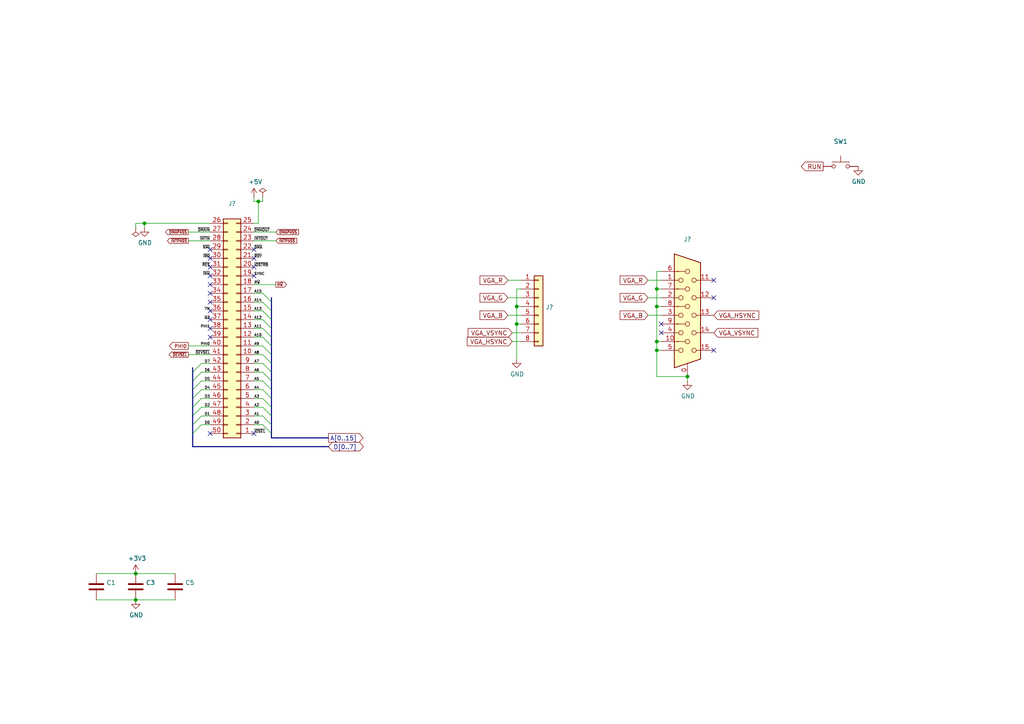
<source format=kicad_sch>
(kicad_sch (version 20211123) (generator eeschema)
  (paper "A4")
  (title_block (title "Apple II VGA Card") (date "2021-12-13") (rev "A") (comment 1 "Licensed under CERN-OHL-P V2.0 (https://ohwr.org/cern_ohl_p_v2.txt)") (comment 2 "Copyright (c) 2021-2022 Mark Aikens"))
  (lib_symbols
    (symbol "AppleVGA-rescue:+3.3V-power" (power) (pin_names (offset 0))
      (property "Value" "+3.3V-power" (at 0 3.556 0))
      (symbol "+3.3V-power_0_1"
        (polyline (pts (xy -0.762 1.27) (xy 0 2.54)))
        (polyline (pts (xy 0 0) (xy 0 2.54)))
        (polyline (pts (xy 0 2.54) (xy 0.762 1.27)))
      )
      (symbol "+3.3V-power_1_1"
        (pin power_in line (at 0 0 90) (length 0) hide (name "+3V3") (number "1"))
      )
    )
    (symbol "Connector:DB15_Female_HighDensity_MountingHoles" (pin_names (offset 1.016) hide)
      (property "Reference" "J" (at 0 21.59 0))
      (property "Value" "DB15_Female_HighDensity_MountingHoles" (at 0 19.05 0))
      (symbol "DB15_Female_HighDensity_MountingHoles_0_1"
        (circle (center -1.905 -10.16) (radius 0.635))
        (circle (center -1.905 -5.08) (radius 0.635))
        (circle (center -1.905 0) (radius 0.635))
        (circle (center -1.905 5.08) (radius 0.635))
        (circle (center -1.905 10.16) (radius 0.635))
        (circle (center 0 -7.62) (radius 0.635))
        (circle (center 0 -2.54) (radius 0.635))
        (polyline (pts (xy -3.175 7.62) (xy -0.635 7.62)))
        (polyline (pts (xy -0.635 -7.62) (xy -3.175 -7.62)))
        (polyline (pts (xy -0.635 -2.54) (xy -3.175 -2.54)))
        (polyline (pts (xy -0.635 2.54) (xy -3.175 2.54)))
        (polyline (pts (xy -0.635 12.7) (xy -3.175 12.7)))
        (polyline (pts (xy -3.81 17.78) (xy -3.81 -15.24) (xy 3.81 -12.7) (xy 3.81 15.24) (xy -3.81 17.78)) (stroke (width 0.254)) (fill (type background)))
        (circle (center 0 2.54) (radius 0.635))
        (circle (center 0 7.62) (radius 0.635))
        (circle (center 0 12.7) (radius 0.635))
        (circle (center 1.905 -10.16) (radius 0.635))
        (circle (center 1.905 -5.08) (radius 0.635))
        (circle (center 1.905 0) (radius 0.635))
        (circle (center 1.905 5.08) (radius 0.635))
        (circle (center 1.905 10.16) (radius 0.635))
      )
      (symbol "DB15_Female_HighDensity_MountingHoles_1_1"
        (pin passive line (at 0 -17.78 90) (length 3.81) (name "~") (number "0"))
        (pin passive line (at -7.62 10.16 0) (length 5.08) (name "~") (number "1"))
        (pin passive line (at -7.62 -7.62 0) (length 5.08) (name "~") (number "10"))
        (pin passive line (at 7.62 10.16 180) (length 5.08) (name "~") (number "11"))
        (pin passive line (at 7.62 5.08 180) (length 5.08) (name "~") (number "12"))
        (pin passive line (at 7.62 0 180) (length 5.08) (name "~") (number "13"))
        (pin passive line (at 7.62 -5.08 180) (length 5.08) (name "~") (number "14"))
        (pin passive line (at 7.62 -10.16 180) (length 5.08) (name "~") (number "15"))
        (pin passive line (at -7.62 5.08 0) (length 5.08) (name "~") (number "2"))
        (pin passive line (at -7.62 0 0) (length 5.08) (name "~") (number "3"))
        (pin passive line (at -7.62 -5.08 0) (length 5.08) (name "~") (number "4"))
        (pin passive line (at -7.62 -10.16 0) (length 5.08) (name "~") (number "5"))
        (pin passive line (at -7.62 12.7 0) (length 5.08) (name "~") (number "6"))
        (pin passive line (at -7.62 7.62 0) (length 5.08) (name "~") (number "7"))
        (pin passive line (at -7.62 2.54 0) (length 5.08) (name "~") (number "8"))
        (pin passive line (at -7.62 -2.54 0) (length 5.08) (name "~") (number "9"))
      )
    )
    (symbol "Connector_Generic:Conn_01x08" (pin_names (offset 1.016) hide)
      (property "Reference" "J" (at 0 10.16 0))
      (property "Value" "Conn_01x08" (at 0 -12.7 0))
      (symbol "Conn_01x08_1_1"
        (rectangle (start -1.27 -10.033) (end 0 -10.287) (stroke (width 0.1524)))
        (rectangle (start -1.27 -7.493) (end 0 -7.747) (stroke (width 0.1524)))
        (rectangle (start -1.27 -4.953) (end 0 -5.207) (stroke (width 0.1524)))
        (rectangle (start -1.27 -2.413) (end 0 -2.667) (stroke (width 0.1524)))
        (rectangle (start -1.27 0.127) (end 0 -0.127) (stroke (width 0.1524)))
        (rectangle (start -1.27 2.667) (end 0 2.413) (stroke (width 0.1524)))
        (rectangle (start -1.27 5.207) (end 0 4.953) (stroke (width 0.1524)))
        (rectangle (start -1.27 7.747) (end 0 7.493) (stroke (width 0.1524)))
        (rectangle (start -1.27 8.89) (end 1.27 -11.43) (stroke (width 0.254)) (fill (type background)))
        (pin passive line (at -5.08 7.62 0) (length 3.81) (name "Pin_1") (number "1"))
        (pin passive line (at -5.08 5.08 0) (length 3.81) (name "Pin_2") (number "2"))
        (pin passive line (at -5.08 2.54 0) (length 3.81) (name "Pin_3") (number "3"))
        (pin passive line (at -5.08 0 0) (length 3.81) (name "Pin_4") (number "4"))
        (pin passive line (at -5.08 -2.54 0) (length 3.81) (name "Pin_5") (number "5"))
        (pin passive line (at -5.08 -5.08 0) (length 3.81) (name "Pin_6") (number "6"))
        (pin passive line (at -5.08 -7.62 0) (length 3.81) (name "Pin_7") (number "7"))
        (pin passive line (at -5.08 -10.16 0) (length 3.81) (name "Pin_8") (number "8"))
      )
    )
    (symbol "Connector_Generic:Conn_02x25_Counter_Clockwise" (pin_names (offset 1.016) hide)
      (property "Reference" "J" (at 1.27 33.02 0))
      (property "Value" "Conn_02x25_Counter_Clockwise" (at 1.27 -33.02 0))
      (symbol "Conn_02x25_Counter_Clockwise_1_1"
        (rectangle (start -1.27 -30.353) (end 0 -30.607) (stroke (width 0.1524)))
        (rectangle (start -1.27 -27.813) (end 0 -28.067) (stroke (width 0.1524)))
        (rectangle (start -1.27 -25.273) (end 0 -25.527) (stroke (width 0.1524)))
        (rectangle (start -1.27 -22.733) (end 0 -22.987) (stroke (width 0.1524)))
        (rectangle (start -1.27 -20.193) (end 0 -20.447) (stroke (width 0.1524)))
        (rectangle (start -1.27 -17.653) (end 0 -17.907) (stroke (width 0.1524)))
        (rectangle (start -1.27 -15.113) (end 0 -15.367) (stroke (width 0.1524)))
        (rectangle (start -1.27 -12.573) (end 0 -12.827) (stroke (width 0.1524)))
        (rectangle (start -1.27 -10.033) (end 0 -10.287) (stroke (width 0.1524)))
        (rectangle (start -1.27 -7.493) (end 0 -7.747) (stroke (width 0.1524)))
        (rectangle (start -1.27 -4.953) (end 0 -5.207) (stroke (width 0.1524)))
        (rectangle (start -1.27 -2.413) (end 0 -2.667) (stroke (width 0.1524)))
        (rectangle (start -1.27 0.127) (end 0 -0.127) (stroke (width 0.1524)))
        (rectangle (start -1.27 2.667) (end 0 2.413) (stroke (width 0.1524)))
        (rectangle (start -1.27 5.207) (end 0 4.953) (stroke (width 0.1524)))
        (rectangle (start -1.27 7.747) (end 0 7.493) (stroke (width 0.1524)))
        (rectangle (start -1.27 10.287) (end 0 10.033) (stroke (width 0.1524)))
        (rectangle (start -1.27 12.827) (end 0 12.573) (stroke (width 0.1524)))
        (rectangle (start -1.27 15.367) (end 0 15.113) (stroke (width 0.1524)))
        (rectangle (start -1.27 17.907) (end 0 17.653) (stroke (width 0.1524)))
        (rectangle (start -1.27 20.447) (end 0 20.193) (stroke (width 0.1524)))
        (rectangle (start -1.27 22.987) (end 0 22.733) (stroke (width 0.1524)))
        (rectangle (start -1.27 25.527) (end 0 25.273) (stroke (width 0.1524)))
        (rectangle (start -1.27 28.067) (end 0 27.813) (stroke (width 0.1524)))
        (rectangle (start -1.27 30.607) (end 0 30.353) (stroke (width 0.1524)))
        (rectangle (start -1.27 31.75) (end 3.81 -31.75) (stroke (width 0.254)) (fill (type background)))
        (rectangle (start 3.81 -30.353) (end 2.54 -30.607) (stroke (width 0.1524)))
        (rectangle (start 3.81 -27.813) (end 2.54 -28.067) (stroke (width 0.1524)))
        (rectangle (start 3.81 -25.273) (end 2.54 -25.527) (stroke (width 0.1524)))
        (rectangle (start 3.81 -22.733) (end 2.54 -22.987) (stroke (width 0.1524)))
        (rectangle (start 3.81 -20.193) (end 2.54 -20.447) (stroke (width 0.1524)))
        (rectangle (start 3.81 -17.653) (end 2.54 -17.907) (stroke (width 0.1524)))
        (rectangle (start 3.81 -15.113) (end 2.54 -15.367) (stroke (width 0.1524)))
        (rectangle (start 3.81 -12.573) (end 2.54 -12.827) (stroke (width 0.1524)))
        (rectangle (start 3.81 -10.033) (end 2.54 -10.287) (stroke (width 0.1524)))
        (rectangle (start 3.81 -7.493) (end 2.54 -7.747) (stroke (width 0.1524)))
        (rectangle (start 3.81 -4.953) (end 2.54 -5.207) (stroke (width 0.1524)))
        (rectangle (start 3.81 -2.413) (end 2.54 -2.667) (stroke (width 0.1524)))
        (rectangle (start 3.81 0.127) (end 2.54 -0.127) (stroke (width 0.1524)))
        (rectangle (start 3.81 2.667) (end 2.54 2.413) (stroke (width 0.1524)))
        (rectangle (start 3.81 5.207) (end 2.54 4.953) (stroke (width 0.1524)))
        (rectangle (start 3.81 7.747) (end 2.54 7.493) (stroke (width 0.1524)))
        (rectangle (start 3.81 10.287) (end 2.54 10.033) (stroke (width 0.1524)))
        (rectangle (start 3.81 12.827) (end 2.54 12.573) (stroke (width 0.1524)))
        (rectangle (start 3.81 15.367) (end 2.54 15.113) (stroke (width 0.1524)))
        (rectangle (start 3.81 17.907) (end 2.54 17.653) (stroke (width 0.1524)))
        (rectangle (start 3.81 20.447) (end 2.54 20.193) (stroke (width 0.1524)))
        (rectangle (start 3.81 22.987) (end 2.54 22.733) (stroke (width 0.1524)))
        (rectangle (start 3.81 25.527) (end 2.54 25.273) (stroke (width 0.1524)))
        (rectangle (start 3.81 28.067) (end 2.54 27.813) (stroke (width 0.1524)))
        (rectangle (start 3.81 30.607) (end 2.54 30.353) (stroke (width 0.1524)))
        (pin passive line (at -5.08 30.48 0) (length 3.81) (name "Pin_1") (number "1"))
        (pin passive line (at -5.08 7.62 0) (length 3.81) (name "Pin_10") (number "10"))
        (pin passive line (at -5.08 5.08 0) (length 3.81) (name "Pin_11") (number "11"))
        (pin passive line (at -5.08 2.54 0) (length 3.81) (name "Pin_12") (number "12"))
        (pin passive line (at -5.08 0 0) (length 3.81) (name "Pin_13") (number "13"))
        (pin passive line (at -5.08 -2.54 0) (length 3.81) (name "Pin_14") (number "14"))
        (pin passive line (at -5.08 -5.08 0) (length 3.81) (name "Pin_15") (number "15"))
        (pin passive line (at -5.08 -7.62 0) (length 3.81) (name "Pin_16") (number "16"))
        (pin passive line (at -5.08 -10.16 0) (length 3.81) (name "Pin_17") (number "17"))
        (pin passive line (at -5.08 -12.7 0) (length 3.81) (name "Pin_18") (number "18"))
        (pin passive line (at -5.08 -15.24 0) (length 3.81) (name "Pin_19") (number "19"))
        (pin passive line (at -5.08 27.94 0) (length 3.81) (name "Pin_2") (number "2"))
        (pin passive line (at -5.08 -17.78 0) (length 3.81) (name "Pin_20") (number "20"))
        (pin passive line (at -5.08 -20.32 0) (length 3.81) (name "Pin_21") (number "21"))
        (pin passive line (at -5.08 -22.86 0) (length 3.81) (name "Pin_22") (number "22"))
        (pin passive line (at -5.08 -25.4 0) (length 3.81) (name "Pin_23") (number "23"))
        (pin passive line (at -5.08 -27.94 0) (length 3.81) (name "Pin_24") (number "24"))
        (pin passive line (at -5.08 -30.48 0) (length 3.81) (name "Pin_25") (number "25"))
        (pin passive line (at 7.62 -30.48 180) (length 3.81) (name "Pin_26") (number "26"))
        (pin passive line (at 7.62 -27.94 180) (length 3.81) (name "Pin_27") (number "27"))
        (pin passive line (at 7.62 -25.4 180) (length 3.81) (name "Pin_28") (number "28"))
        (pin passive line (at 7.62 -22.86 180) (length 3.81) (name "Pin_29") (number "29"))
        (pin passive line (at -5.08 25.4 0) (length 3.81) (name "Pin_3") (number "3"))
        (pin passive line (at 7.62 -20.32 180) (length 3.81) (name "Pin_30") (number "30"))
        (pin passive line (at 7.62 -17.78 180) (length 3.81) (name "Pin_31") (number "31"))
        (pin passive line (at 7.62 -15.24 180) (length 3.81) (name "Pin_32") (number "32"))
        (pin passive line (at 7.62 -12.7 180) (length 3.81) (name "Pin_33") (number "33"))
        (pin passive line (at 7.62 -10.16 180) (length 3.81) (name "Pin_34") (number "34"))
        (pin passive line (at 7.62 -7.62 180) (length 3.81) (name "Pin_35") (number "35"))
        (pin passive line (at 7.62 -5.08 180) (length 3.81) (name "Pin_36") (number "36"))
        (pin passive line (at 7.62 -2.54 180) (length 3.81) (name "Pin_37") (number "37"))
        (pin passive line (at 7.62 0 180) (length 3.81) (name "Pin_38") (number "38"))
        (pin passive line (at 7.62 2.54 180) (length 3.81) (name "Pin_39") (number "39"))
        (pin passive line (at -5.08 22.86 0) (length 3.81) (name "Pin_4") (number "4"))
        (pin passive line (at 7.62 5.08 180) (length 3.81) (name "Pin_40") (number "40"))
        (pin passive line (at 7.62 7.62 180) (length 3.81) (name "Pin_41") (number "41"))
        (pin passive line (at 7.62 10.16 180) (length 3.81) (name "Pin_42") (number "42"))
        (pin passive line (at 7.62 12.7 180) (length 3.81) (name "Pin_43") (number "43"))
        (pin passive line (at 7.62 15.24 180) (length 3.81) (name "Pin_44") (number "44"))
        (pin passive line (at 7.62 17.78 180) (length 3.81) (name "Pin_45") (number "45"))
        (pin passive line (at 7.62 20.32 180) (length 3.81) (name "Pin_46") (number "46"))
        (pin passive line (at 7.62 22.86 180) (length 3.81) (name "Pin_47") (number "47"))
        (pin passive line (at 7.62 25.4 180) (length 3.81) (name "Pin_48") (number "48"))
        (pin passive line (at 7.62 27.94 180) (length 3.81) (name "Pin_49") (number "49"))
        (pin passive line (at -5.08 20.32 0) (length 3.81) (name "Pin_5") (number "5"))
        (pin passive line (at 7.62 30.48 180) (length 3.81) (name "Pin_50") (number "50"))
        (pin passive line (at -5.08 17.78 0) (length 3.81) (name "Pin_6") (number "6"))
        (pin passive line (at -5.08 15.24 0) (length 3.81) (name "Pin_7") (number "7"))
        (pin passive line (at -5.08 12.7 0) (length 3.81) (name "Pin_8") (number "8"))
        (pin passive line (at -5.08 10.16 0) (length 3.81) (name "Pin_9") (number "9"))
      )
    )
    (symbol "Device:C" (pin_numbers hide) (pin_names (offset 0.254))
      (property "Reference" "C" (at 0.635 2.54 0))
      (property "Value" "C" (at 0.635 -2.54 0))
      (symbol "C_0_1"
        (polyline (pts (xy -2.032 -0.762) (xy 2.032 -0.762)) (stroke (width 0.508)))
        (polyline (pts (xy -2.032 0.762) (xy 2.032 0.762)) (stroke (width 0.508)))
      )
      (symbol "C_1_1"
        (pin passive line (at 0 3.81 270) (length 2.794) (name "~") (number "1"))
        (pin passive line (at 0 -3.81 90) (length 2.794) (name "~") (number "2"))
      )
    )
    (symbol "Switch:SW_Push" (pin_numbers hide) (pin_names (offset 1.016) hide)
      (property "Reference" "SW" (at 1.27 2.54 0))
      (property "Value" "SW_Push" (at 0 -1.524 0))
      (symbol "SW_Push_0_1"
        (circle (center -2.032 0) (radius 0.508))
        (polyline (pts (xy 0 1.27) (xy 0 3.048)))
        (polyline (pts (xy 2.54 1.27) (xy -2.54 1.27)))
        (circle (center 2.032 0) (radius 0.508))
        (pin passive line (at -5.08 0 0) (length 2.54) (name "1") (number "1"))
        (pin passive line (at 5.08 0 180) (length 2.54) (name "2") (number "2"))
      )
    )
    (symbol "power:+5V" (power) (pin_names (offset 0))
      (property "Value" "+5V" (at 0 3.556 0))
      (symbol "+5V_0_1"
        (polyline (pts (xy -0.762 1.27) (xy 0 2.54)))
        (polyline (pts (xy 0 0) (xy 0 2.54)))
        (polyline (pts (xy 0 2.54) (xy 0.762 1.27)))
      )
      (symbol "+5V_1_1"
        (pin power_in line (at 0 0 90) (length 0) hide (name "+5V") (number "1"))
      )
    )
    (symbol "power:GND" (power) (pin_names (offset 0))
      (property "Value" "GND" (at 0 -3.81 0))
      (symbol "GND_0_1"
        (polyline (pts (xy 0 0) (xy 0 -1.27) (xy 1.27 -1.27) (xy 0 -2.54) (xy -1.27 -1.27) (xy 0 -1.27)))
      )
      (symbol "GND_1_1"
        (pin power_in line (at 0 0 270) (length 0) hide (name "GND") (number "1"))
      )
    )
    (symbol "power:PWR_FLAG" (power) (pin_numbers hide) (pin_names (offset 0) hide)
      (property "Value" "PWR_FLAG" (at 0 3.81 0))
      (symbol "PWR_FLAG_0_0"
        (pin power_out line (at 0 0 90) (length 0) (name "pwr") (number "1"))
      )
      (symbol "PWR_FLAG_0_1"
        (polyline (pts (xy 0 0) (xy 0 1.27) (xy -1.016 1.905) (xy 0 2.54) (xy 1.016 1.905) (xy 0 1.27)))
      )
    )
  )
  (junction (at 149.86 93.98))
  (junction (at 149.86 88.9))
  (junction (at 190.5 88.9))
  (junction (at 199.39 109.22))
  (junction (at 190.5 83.82))
  (junction (at 190.5 101.6))
  (junction (at 39.37 166.37))
  (junction (at 74.93 58.42))
  (junction (at 190.5 99.06))
  (junction (at 39.37 173.99))
  (junction (at 41.91 64.77))
  (no_connect (at 60.96 77.47))
  (no_connect (at 60.96 74.93))
  (no_connect (at 60.96 87.63))
  (no_connect (at 73.66 80.01))
  (no_connect (at 60.96 125.73))
  (no_connect (at 60.96 95.25))
  (no_connect (at 73.66 77.47))
  (no_connect (at 207.01 86.36))
  (no_connect (at 191.77 93.98))
  (no_connect (at 60.96 90.17))
  (no_connect (at 73.66 125.73))
  (no_connect (at 73.66 72.39))
  (no_connect (at 60.96 82.55))
  (no_connect (at 207.01 81.28))
  (no_connect (at 60.96 97.79))
  (no_connect (at 191.77 96.52))
  (no_connect (at 60.96 92.71))
  (no_connect (at 207.01 101.6))
  (no_connect (at 60.96 72.39))
  (no_connect (at 60.96 80.01))
  (no_connect (at 60.96 85.09))
  (no_connect (at 73.66 74.93))
  (bus_entry (at 76.2 113.03) (size 2.54 2.54))
  (bus_entry (at 76.2 105.41) (size 2.54 2.54))
  (bus_entry (at 76.2 85.09) (size 2.54 2.54))
  (bus_entry (at 76.2 90.17) (size 2.54 2.54))
  (bus_entry (at 55.88 115.57) (size 2.54 -2.54))
  (bus_entry (at 76.2 115.57) (size 2.54 2.54))
  (bus_entry (at 55.88 125.73) (size 2.54 -2.54))
  (bus_entry (at 76.2 100.33) (size 2.54 2.54))
  (bus_entry (at 76.2 87.63) (size 2.54 2.54))
  (bus_entry (at 76.2 118.11) (size 2.54 2.54))
  (bus_entry (at 76.2 92.71) (size 2.54 2.54))
  (bus_entry (at 76.2 95.25) (size 2.54 2.54))
  (bus_entry (at 76.2 120.65) (size 2.54 2.54))
  (bus_entry (at 55.88 120.65) (size 2.54 -2.54))
  (bus_entry (at 76.2 123.19) (size 2.54 2.54))
  (bus_entry (at 55.88 123.19) (size 2.54 -2.54))
  (bus_entry (at 76.2 102.87) (size 2.54 2.54))
  (bus_entry (at 55.88 113.03) (size 2.54 -2.54))
  (bus_entry (at 76.2 97.79) (size 2.54 2.54))
  (bus_entry (at 55.88 118.11) (size 2.54 -2.54))
  (bus_entry (at 76.2 107.95) (size 2.54 2.54))
  (bus_entry (at 55.88 107.95) (size 2.54 -2.54))
  (bus_entry (at 55.88 110.49) (size 2.54 -2.54))
  (bus_entry (at 76.2 110.49) (size 2.54 2.54))
  (wire (pts (xy 54.61 102.87) (xy 60.96 102.87)))
  (wire (pts (xy 190.5 99.06) (xy 191.77 99.06)))
  (bus (pts (xy 78.74 105.41) (xy 78.74 107.95)))
  (wire (pts (xy 76.2 95.25) (xy 73.66 95.25)))
  (wire (pts (xy 73.66 64.77) (xy 74.93 64.77)))
  (wire (pts (xy 73.66 69.85) (xy 80.01 69.85)))
  (wire (pts (xy 58.42 115.57) (xy 60.96 115.57)))
  (wire (pts (xy 191.77 78.74) (xy 190.5 78.74)))
  (bus (pts (xy 78.74 95.25) (xy 78.74 97.79)))
  (wire (pts (xy 149.86 88.9) (xy 149.86 93.98)))
  (bus (pts (xy 55.88 123.19) (xy 55.88 125.73)))
  (bus (pts (xy 78.74 123.19) (xy 78.74 125.73)))
  (bus (pts (xy 55.88 110.49) (xy 55.88 113.03)))
  (wire (pts (xy 190.5 88.9) (xy 191.77 88.9)))
  (wire (pts (xy 76.2 85.09) (xy 73.66 85.09)))
  (wire (pts (xy 73.66 58.42) (xy 73.66 57.15)))
  (bus (pts (xy 78.74 107.95) (xy 78.74 110.49)))
  (bus (pts (xy 78.74 125.73) (xy 78.74 127)))
  (wire (pts (xy 190.5 78.74) (xy 190.5 83.82)))
  (wire (pts (xy 199.39 109.22) (xy 190.5 109.22)))
  (bus (pts (xy 78.74 127) (xy 95.25 127)))
  (wire (pts (xy 39.37 166.37) (xy 50.8 166.37)))
  (wire (pts (xy 199.39 109.22) (xy 199.39 110.49)))
  (wire (pts (xy 149.86 88.9) (xy 151.13 88.9)))
  (wire (pts (xy 151.13 91.44) (xy 147.32 91.44)))
  (bus (pts (xy 55.88 129.54) (xy 95.25 129.54)))
  (bus (pts (xy 78.74 115.57) (xy 78.74 118.11)))
  (wire (pts (xy 149.86 93.98) (xy 149.86 104.14)))
  (wire (pts (xy 41.91 64.77) (xy 60.96 64.77)))
  (wire (pts (xy 76.2 107.95) (xy 73.66 107.95)))
  (wire (pts (xy 149.86 93.98) (xy 151.13 93.98)))
  (wire (pts (xy 76.2 92.71) (xy 73.66 92.71)))
  (bus (pts (xy 55.88 107.95) (xy 55.88 110.49)))
  (wire (pts (xy 74.93 64.77) (xy 74.93 58.42)))
  (wire (pts (xy 190.5 83.82) (xy 191.77 83.82)))
  (bus (pts (xy 78.74 97.79) (xy 78.74 100.33)))
  (wire (pts (xy 41.91 64.77) (xy 39.37 64.77)))
  (bus (pts (xy 78.74 110.49) (xy 78.74 113.03)))
  (wire (pts (xy 41.91 66.04) (xy 41.91 64.77)))
  (wire (pts (xy 190.5 109.22) (xy 190.5 101.6)))
  (wire (pts (xy 76.2 90.17) (xy 73.66 90.17)))
  (wire (pts (xy 39.37 64.77) (xy 39.37 66.04)))
  (wire (pts (xy 58.42 107.95) (xy 60.96 107.95)))
  (wire (pts (xy 60.96 67.31) (xy 54.61 67.31)))
  (wire (pts (xy 39.37 173.99) (xy 27.94 173.99)))
  (wire (pts (xy 58.42 110.49) (xy 60.96 110.49)))
  (wire (pts (xy 50.8 173.99) (xy 39.37 173.99)))
  (bus (pts (xy 55.88 106.68) (xy 55.88 107.95)))
  (wire (pts (xy 76.2 118.11) (xy 73.66 118.11)))
  (wire (pts (xy 80.01 82.55) (xy 73.66 82.55)))
  (wire (pts (xy 151.13 99.06) (xy 148.59 99.06)))
  (bus (pts (xy 78.74 86.36) (xy 78.74 87.63)))
  (bus (pts (xy 78.74 118.11) (xy 78.74 120.65)))
  (wire (pts (xy 76.2 87.63) (xy 73.66 87.63)))
  (wire (pts (xy 76.2 120.65) (xy 73.66 120.65)))
  (bus (pts (xy 78.74 92.71) (xy 78.74 95.25)))
  (wire (pts (xy 151.13 81.28) (xy 147.32 81.28)))
  (wire (pts (xy 151.13 96.52) (xy 148.59 96.52)))
  (bus (pts (xy 78.74 87.63) (xy 78.74 90.17)))
  (wire (pts (xy 54.61 69.85) (xy 60.96 69.85)))
  (wire (pts (xy 60.96 100.33) (xy 54.61 100.33)))
  (wire (pts (xy 190.5 99.06) (xy 190.5 101.6)))
  (wire (pts (xy 76.2 113.03) (xy 73.66 113.03)))
  (bus (pts (xy 78.74 102.87) (xy 78.74 105.41)))
  (wire (pts (xy 58.42 105.41) (xy 60.96 105.41)))
  (wire (pts (xy 76.2 58.42) (xy 76.2 57.15)))
  (wire (pts (xy 58.42 120.65) (xy 60.96 120.65)))
  (wire (pts (xy 151.13 86.36) (xy 147.32 86.36)))
  (wire (pts (xy 74.93 58.42) (xy 73.66 58.42)))
  (wire (pts (xy 190.5 83.82) (xy 190.5 88.9)))
  (wire (pts (xy 58.42 113.03) (xy 60.96 113.03)))
  (bus (pts (xy 78.74 120.65) (xy 78.74 123.19)))
  (wire (pts (xy 191.77 81.28) (xy 187.96 81.28)))
  (wire (pts (xy 149.86 83.82) (xy 149.86 88.9)))
  (wire (pts (xy 27.94 166.37) (xy 39.37 166.37)))
  (bus (pts (xy 78.74 90.17) (xy 78.74 92.71)))
  (wire (pts (xy 76.2 97.79) (xy 73.66 97.79)))
  (wire (pts (xy 190.5 101.6) (xy 191.77 101.6)))
  (bus (pts (xy 55.88 118.11) (xy 55.88 120.65)))
  (wire (pts (xy 191.77 91.44) (xy 187.96 91.44)))
  (bus (pts (xy 55.88 115.57) (xy 55.88 118.11)))
  (wire (pts (xy 58.42 123.19) (xy 60.96 123.19)))
  (bus (pts (xy 55.88 113.03) (xy 55.88 115.57)))
  (wire (pts (xy 73.66 67.31) (xy 80.01 67.31)))
  (wire (pts (xy 76.2 123.19) (xy 73.66 123.19)))
  (wire (pts (xy 74.93 58.42) (xy 76.2 58.42)))
  (wire (pts (xy 151.13 83.82) (xy 149.86 83.82)))
  (wire (pts (xy 76.2 105.41) (xy 73.66 105.41)))
  (wire (pts (xy 76.2 100.33) (xy 73.66 100.33)))
  (wire (pts (xy 191.77 86.36) (xy 187.96 86.36)))
  (bus (pts (xy 55.88 125.73) (xy 55.88 129.54)))
  (bus (pts (xy 78.74 100.33) (xy 78.74 102.87)))
  (wire (pts (xy 190.5 88.9) (xy 190.5 99.06)))
  (bus (pts (xy 55.88 120.65) (xy 55.88 123.19)))
  (bus (pts (xy 78.74 113.03) (xy 78.74 115.57)))
  (wire (pts (xy 58.42 118.11) (xy 60.96 118.11)))
  (wire (pts (xy 76.2 110.49) (xy 73.66 110.49)))
  (wire (pts (xy 76.2 102.87) (xy 73.66 102.87)))
  (wire (pts (xy 76.2 115.57) (xy 73.66 115.57)))
  (label "D7" (at 60.96 105.41 180) (effects (font (size 0.762 0.762))))
  (label "~{RES}" (at 60.96 77.47 180) (effects (font (size 0.762 0.762))))
  (label "PHI0" (at 60.96 100.33 180) (effects (font (size 0.762 0.762))))
  (label "D0" (at 60.96 123.19 180) (effects (font (size 0.762 0.762))))
  (label "~{DMAOUT}" (at 73.66 67.31 0) (effects (font (size 0.762 0.762))))
  (label "D2" (at 60.96 118.11 180) (effects (font (size 0.762 0.762))))
  (label "A12" (at 73.66 92.71 0) (effects (font (size 0.762 0.762))))
  (label "A9" (at 73.66 100.33 0) (effects (font (size 0.762 0.762))))
  (label "D4" (at 60.96 113.03 180) (effects (font (size 0.762 0.762))))
  (label "~{RDY}" (at 73.66 74.93 0) (effects (font (size 0.762 0.762))))
  (label "SYNC" (at 73.66 80.01 0) (effects (font (size 0.762 0.762))))
  (label "A0" (at 73.66 123.19 0) (effects (font (size 0.762 0.762))))
  (label "A4" (at 73.66 113.03 0) (effects (font (size 0.762 0.762))))
  (label "R~{W}" (at 73.66 82.55 0) (effects (font (size 0.762 0.762))))
  (label "A3" (at 73.66 115.57 0) (effects (font (size 0.762 0.762))))
  (label "~{DMAIN}" (at 60.96 67.31 180) (effects (font (size 0.762 0.762))))
  (label "A15" (at 73.66 85.09 0) (effects (font (size 0.762 0.762))))
  (label "~{IOSEL}" (at 73.66 125.73 0) (effects (font (size 0.762 0.762))))
  (label "A11" (at 73.66 95.25 0) (effects (font (size 0.762 0.762))))
  (label "~{IRQ}" (at 60.96 74.93 180) (effects (font (size 0.762 0.762))))
  (label "PHI1" (at 60.96 95.25 180) (effects (font (size 0.762 0.762))))
  (label "A5" (at 73.66 110.49 0) (effects (font (size 0.762 0.762))))
  (label "D3" (at 60.96 115.57 180) (effects (font (size 0.762 0.762))))
  (label "A7" (at 73.66 105.41 0) (effects (font (size 0.762 0.762))))
  (label "A14" (at 73.66 87.63 0) (effects (font (size 0.762 0.762))))
  (label "Q3" (at 60.96 92.71 180) (effects (font (size 0.762 0.762))))
  (label "A13" (at 73.66 90.17 0) (effects (font (size 0.762 0.762))))
  (label "A2" (at 73.66 118.11 0) (effects (font (size 0.762 0.762))))
  (label "D1" (at 60.96 120.65 180) (effects (font (size 0.762 0.762))))
  (label "~{DMA}" (at 73.66 72.39 0) (effects (font (size 0.762 0.762))))
  (label "A1" (at 73.66 120.65 0) (effects (font (size 0.762 0.762))))
  (label "D6" (at 60.96 107.95 180) (effects (font (size 0.762 0.762))))
  (label "~{NMI}" (at 60.96 72.39 180) (effects (font (size 0.762 0.762))))
  (label "~{INTIN}" (at 60.96 69.85 180) (effects (font (size 0.762 0.762))))
  (label "A10" (at 73.66 97.79 0) (effects (font (size 0.762 0.762))))
  (label "~{INH}" (at 60.96 80.01 180) (effects (font (size 0.762 0.762))))
  (label "~{INTOUT}" (at 73.66 69.85 0) (effects (font (size 0.762 0.762))))
  (label "7M" (at 60.96 90.17 180) (effects (font (size 0.762 0.762))))
  (label "A8" (at 73.66 102.87 0) (effects (font (size 0.762 0.762))))
  (label "~{DEVSEL}" (at 60.96 102.87 180) (effects (font (size 0.762 0.762))))
  (label "~{IOSTRB}" (at 73.66 77.47 0) (effects (font (size 0.762 0.762))))
  (label "A6" (at 73.66 107.95 0) (effects (font (size 0.762 0.762))))
  (label "D5" (at 60.96 110.49 180) (effects (font (size 0.762 0.762))))
  (global_label "~{DMAPASS}" (shape input) (at 80.01 67.31 0) (effects (font (size 0.762 0.762))) (property "Intersheet References" "${INTERSHEET_REFS}" (effects hide)))
  (global_label "D[0..7]" (shape bidirectional) (at 95.25 129.54 0) (property "Intersheet References" "${INTERSHEET_REFS}" (effects hide)))
  (global_label "PHI0" (shape output) (at 54.61 100.33 180) (effects (font (size 1.016 1.016))) (property "Intersheet References" "${INTERSHEET_REFS}" (effects hide)))
  (global_label "R~{W}" (shape output) (at 80.01 82.55 0) (effects (font (size 0.762 0.762))) (property "Intersheet References" "${INTERSHEET_REFS}" (effects hide)))
  (global_label "~{INTPASS}" (shape output) (at 54.61 69.85 180) (effects (font (size 0.762 0.762))) (property "Intersheet References" "${INTERSHEET_REFS}" (effects hide)))
  (global_label "VGA_G" (shape input) (at 147.32 86.36 180) (property "Intersheet References" "${INTERSHEET_REFS}" (effects hide)))
  (global_label "~{INTPASS}" (shape input) (at 80.01 69.85 0) (effects (font (size 0.762 0.762))) (property "Intersheet References" "${INTERSHEET_REFS}" (effects hide)))
  (global_label "A[0..15]" (shape output) (at 95.25 127 0) (property "Intersheet References" "${INTERSHEET_REFS}" (effects hide)))
  (global_label "VGA_VSYNC" (shape input) (at 207.01 96.52 0) (property "Intersheet References" "${INTERSHEET_REFS}" (effects hide)))
  (global_label "VGA_R" (shape input) (at 147.32 81.28 180) (property "Intersheet References" "${INTERSHEET_REFS}" (effects hide)))
  (global_label "VGA_B" (shape input) (at 147.32 91.44 180) (property "Intersheet References" "${INTERSHEET_REFS}" (effects hide)))
  (global_label "VGA_HSYNC" (shape input) (at 148.59 99.06 180) (property "Intersheet References" "${INTERSHEET_REFS}" (effects hide)))
  (global_label "VGA_VSYNC" (shape input) (at 148.59 96.52 180) (property "Intersheet References" "${INTERSHEET_REFS}" (effects hide)))
  (global_label "VGA_B" (shape input) (at 187.96 91.44 180) (property "Intersheet References" "${INTERSHEET_REFS}" (effects hide)))
  (global_label "~{DEVSEL}" (shape output) (at 54.61 102.87 180) (effects (font (size 0.762 0.762))) (property "Intersheet References" "${INTERSHEET_REFS}" (effects hide)))
  (global_label "VGA_HSYNC" (shape input) (at 207.01 91.44 0) (property "Intersheet References" "${INTERSHEET_REFS}" (effects hide)))
  (global_label "VGA_R" (shape input) (at 187.96 81.28 180) (property "Intersheet References" "${INTERSHEET_REFS}" (effects hide)))
  (global_label "~{DMAPASS}" (shape output) (at 54.61 67.31 180) (effects (font (size 0.762 0.762))) (property "Intersheet References" "${INTERSHEET_REFS}" (effects hide)))
  (global_label "RUN" (shape output) (at 238.76 48.26 180) (property "Intersheet References" "${INTERSHEET_REFS}" (effects hide)))
  (global_label "VGA_G" (shape input) (at 187.96 86.36 180) (property "Intersheet References" "${INTERSHEET_REFS}" (effects hide)))
  (symbol (lib_id "Device:C") (at 27.94 170.18 0) (unit 1)
    (property "Reference" "C1" (at 30.861 169.0116 0) (effects (justify left)))
  )
  (symbol (lib_id "Device:C") (at 39.37 170.18 0) (unit 1)
    (property "Reference" "C3" (at 42.291 169.0116 0) (effects (justify left)))
  )
  (symbol (lib_id "Device:C") (at 50.8 170.18 0) (unit 1)
    (property "Reference" "C5" (at 53.721 169.0116 0) (effects (justify left)))
  )
  (symbol (lib_id "AppleVGA-rescue:+3.3V-power") (at 39.37 166.37 0) (unit 1)
    (property "Reference" "#PWR0115" (effects hide))
  )
  (symbol (lib_id "power:GND") (at 39.37 173.99 0) (unit 1)
    (property "Reference" "#PWR0116" (effects hide))
  )
  (symbol (lib_id "Switch:SW_Push") (at 243.84 48.26 0) (unit 1)
    (property "Reference" "SW1" (at 243.84 41.021 0))
  )
  (symbol (lib_id "power:GND") (at 248.92 48.26 0) (unit 1)
    (property "Reference" "#PWR0118" (effects hide))
  )
  (symbol (lib_id "Connector_Generic:Conn_01x08") (at 156.21 88.9 0) (unit 1)
    (property "Reference" "J?" (at 158.242 89.1032 0) (effects (justify left)))
  )
  (symbol (lib_id "power:GND") (at 149.86 104.14 0) (unit 1)
    (property "Reference" "#PWR?" (effects hide))
  )
  (symbol (lib_id "power:GND") (at 199.39 110.49 0) (unit 1)
    (property "Reference" "#PWR?" (effects hide))
  )
  (symbol (lib_id "Connector:DB15_Female_HighDensity_MountingHoles") (at 199.39 91.44 0) (unit 1)
    (property "Reference" "J?" (at 199.39 69.4182 0))
    (property "Datasheet" " ~" (effects hide))
  )
  (symbol (lib_id "Connector_Generic:Conn_02x25_Counter_Clockwise") (at 68.58 95.25 180) (unit 1)
    (property "Reference" "J?" (at 67.31 59.055 0))
  )
  (symbol (lib_id "power:GND") (at 41.91 66.04 0) (unit 1)
    (property "Reference" "#PWR?" (effects hide))
  )
  (symbol (lib_id "power:+5V") (at 73.66 57.15 0) (unit 1)
    (property "Reference" "#PWR?" (effects hide))
  )
  (symbol (lib_id "power:PWR_FLAG") (at 76.2 57.15 0) (unit 1)
    (property "Reference" "#FLG0101" (effects hide))
  )
  (symbol (lib_id "power:PWR_FLAG") (at 39.37 66.04 180) (unit 1)
    (property "Reference" "#FLG0102" (effects hide))
  )
)
</source>
